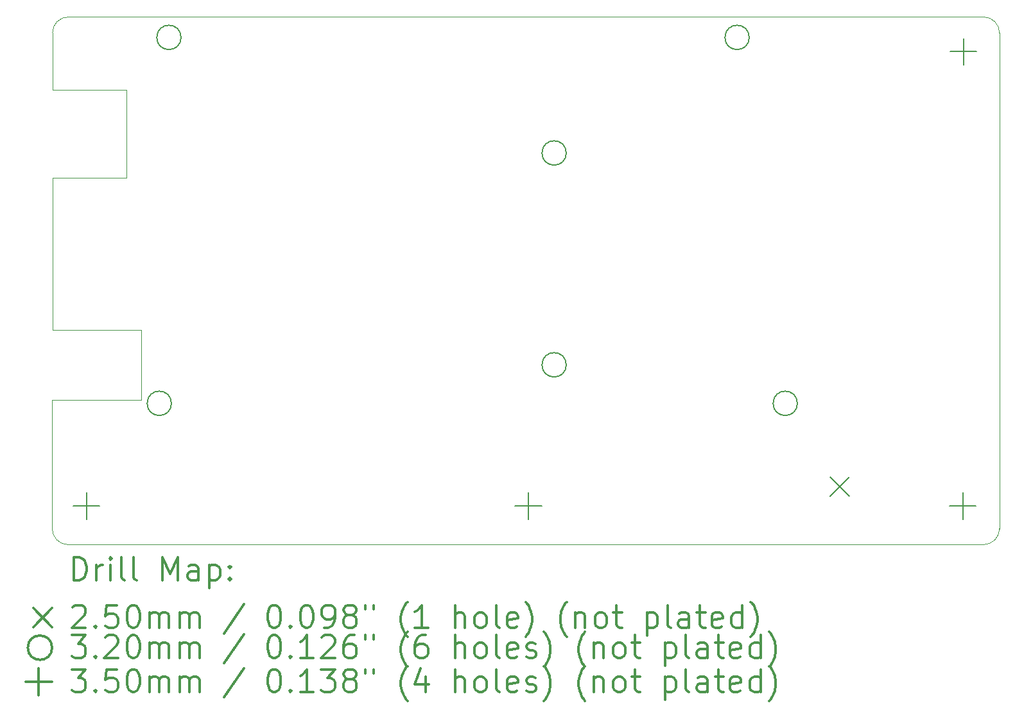
<source format=gbr>
%FSLAX45Y45*%
G04 Gerber Fmt 4.5, Leading zero omitted, Abs format (unit mm)*
G04 Created by KiCad (PCBNEW (5.1.2)-2) date 2020-01-31 13:49:44*
%MOMM*%
%LPD*%
G04 APERTURE LIST*
%ADD10C,0.050000*%
%ADD11C,0.200000*%
%ADD12C,0.300000*%
G04 APERTURE END LIST*
D10*
X8511540Y-9570720D02*
X8511540Y-8822690D01*
X21000720Y-8825200D02*
X21000720Y-15363190D01*
X8718550Y-15572740D02*
G75*
G02X8508980Y-15360635I-20J209565D01*
G01*
X21000735Y-15363190D02*
G75*
G02X20788630Y-15572740I-209565J0D01*
G01*
X20791150Y-8613125D02*
G75*
G02X21000720Y-8825230I20J-209565D01*
G01*
X8511540Y-8822690D02*
G75*
G02X8723645Y-8613120I209565J20D01*
G01*
X9486900Y-9570720D02*
X8511540Y-9570720D01*
X9486900Y-10736580D02*
X9486900Y-9570720D01*
X8511540Y-10736580D02*
X9486900Y-10736580D01*
X8511540Y-12738100D02*
X8511540Y-10736580D01*
X9679940Y-12738100D02*
X8511540Y-12738100D01*
X9679940Y-13660120D02*
X9679940Y-12738100D01*
X8509000Y-13660120D02*
X9679940Y-13660120D01*
X8509000Y-13883640D02*
X8509000Y-13660120D01*
X20791150Y-8613125D02*
X8723645Y-8613140D01*
X8718550Y-15572740D02*
X20788630Y-15572740D01*
X8509000Y-13883640D02*
X8508980Y-15360635D01*
D11*
X18767600Y-14683200D02*
X19017600Y-14933200D01*
X19017600Y-14683200D02*
X18767600Y-14933200D01*
X10080478Y-13708888D02*
G75*
G03X10080478Y-13708888I-160000J0D01*
G01*
X10207478Y-8882888D02*
G75*
G03X10207478Y-8882888I-160000J0D01*
G01*
X15287478Y-10406888D02*
G75*
G03X15287478Y-10406888I-160000J0D01*
G01*
X15287478Y-13200888D02*
G75*
G03X15287478Y-13200888I-160000J0D01*
G01*
X17700478Y-8882888D02*
G75*
G03X17700478Y-8882888I-160000J0D01*
G01*
X18335478Y-13708888D02*
G75*
G03X18335478Y-13708888I-160000J0D01*
G01*
X14787372Y-14887454D02*
X14787372Y-15237454D01*
X14612372Y-15062454D02*
X14962372Y-15062454D01*
X20526248Y-8895594D02*
X20526248Y-9245594D01*
X20351248Y-9070594D02*
X20701248Y-9070594D01*
X20516596Y-14887454D02*
X20516596Y-15237454D01*
X20341596Y-15062454D02*
X20691596Y-15062454D01*
X8959596Y-14887454D02*
X8959596Y-15237454D01*
X8784596Y-15062454D02*
X9134596Y-15062454D01*
D12*
X8792893Y-16040970D02*
X8792893Y-15740970D01*
X8864321Y-15740970D01*
X8907178Y-15755255D01*
X8935750Y-15783827D01*
X8950036Y-15812398D01*
X8964321Y-15869541D01*
X8964321Y-15912398D01*
X8950036Y-15969541D01*
X8935750Y-15998113D01*
X8907178Y-16026684D01*
X8864321Y-16040970D01*
X8792893Y-16040970D01*
X9092893Y-16040970D02*
X9092893Y-15840970D01*
X9092893Y-15898113D02*
X9107178Y-15869541D01*
X9121464Y-15855255D01*
X9150036Y-15840970D01*
X9178607Y-15840970D01*
X9278607Y-16040970D02*
X9278607Y-15840970D01*
X9278607Y-15740970D02*
X9264321Y-15755255D01*
X9278607Y-15769541D01*
X9292893Y-15755255D01*
X9278607Y-15740970D01*
X9278607Y-15769541D01*
X9464321Y-16040970D02*
X9435750Y-16026684D01*
X9421464Y-15998113D01*
X9421464Y-15740970D01*
X9621464Y-16040970D02*
X9592893Y-16026684D01*
X9578607Y-15998113D01*
X9578607Y-15740970D01*
X9964321Y-16040970D02*
X9964321Y-15740970D01*
X10064321Y-15955255D01*
X10164321Y-15740970D01*
X10164321Y-16040970D01*
X10435750Y-16040970D02*
X10435750Y-15883827D01*
X10421464Y-15855255D01*
X10392893Y-15840970D01*
X10335750Y-15840970D01*
X10307178Y-15855255D01*
X10435750Y-16026684D02*
X10407178Y-16040970D01*
X10335750Y-16040970D01*
X10307178Y-16026684D01*
X10292893Y-15998113D01*
X10292893Y-15969541D01*
X10307178Y-15940970D01*
X10335750Y-15926684D01*
X10407178Y-15926684D01*
X10435750Y-15912398D01*
X10578607Y-15840970D02*
X10578607Y-16140970D01*
X10578607Y-15855255D02*
X10607178Y-15840970D01*
X10664321Y-15840970D01*
X10692893Y-15855255D01*
X10707178Y-15869541D01*
X10721464Y-15898113D01*
X10721464Y-15983827D01*
X10707178Y-16012398D01*
X10692893Y-16026684D01*
X10664321Y-16040970D01*
X10607178Y-16040970D01*
X10578607Y-16026684D01*
X10850036Y-16012398D02*
X10864321Y-16026684D01*
X10850036Y-16040970D01*
X10835750Y-16026684D01*
X10850036Y-16012398D01*
X10850036Y-16040970D01*
X10850036Y-15855255D02*
X10864321Y-15869541D01*
X10850036Y-15883827D01*
X10835750Y-15869541D01*
X10850036Y-15855255D01*
X10850036Y-15883827D01*
X8256464Y-16410255D02*
X8506464Y-16660255D01*
X8506464Y-16410255D02*
X8256464Y-16660255D01*
X8778607Y-16399541D02*
X8792893Y-16385255D01*
X8821464Y-16370970D01*
X8892893Y-16370970D01*
X8921464Y-16385255D01*
X8935750Y-16399541D01*
X8950036Y-16428113D01*
X8950036Y-16456684D01*
X8935750Y-16499541D01*
X8764321Y-16670970D01*
X8950036Y-16670970D01*
X9078607Y-16642398D02*
X9092893Y-16656684D01*
X9078607Y-16670970D01*
X9064321Y-16656684D01*
X9078607Y-16642398D01*
X9078607Y-16670970D01*
X9364321Y-16370970D02*
X9221464Y-16370970D01*
X9207178Y-16513827D01*
X9221464Y-16499541D01*
X9250036Y-16485255D01*
X9321464Y-16485255D01*
X9350036Y-16499541D01*
X9364321Y-16513827D01*
X9378607Y-16542398D01*
X9378607Y-16613827D01*
X9364321Y-16642398D01*
X9350036Y-16656684D01*
X9321464Y-16670970D01*
X9250036Y-16670970D01*
X9221464Y-16656684D01*
X9207178Y-16642398D01*
X9564321Y-16370970D02*
X9592893Y-16370970D01*
X9621464Y-16385255D01*
X9635750Y-16399541D01*
X9650036Y-16428113D01*
X9664321Y-16485255D01*
X9664321Y-16556684D01*
X9650036Y-16613827D01*
X9635750Y-16642398D01*
X9621464Y-16656684D01*
X9592893Y-16670970D01*
X9564321Y-16670970D01*
X9535750Y-16656684D01*
X9521464Y-16642398D01*
X9507178Y-16613827D01*
X9492893Y-16556684D01*
X9492893Y-16485255D01*
X9507178Y-16428113D01*
X9521464Y-16399541D01*
X9535750Y-16385255D01*
X9564321Y-16370970D01*
X9792893Y-16670970D02*
X9792893Y-16470970D01*
X9792893Y-16499541D02*
X9807178Y-16485255D01*
X9835750Y-16470970D01*
X9878607Y-16470970D01*
X9907178Y-16485255D01*
X9921464Y-16513827D01*
X9921464Y-16670970D01*
X9921464Y-16513827D02*
X9935750Y-16485255D01*
X9964321Y-16470970D01*
X10007178Y-16470970D01*
X10035750Y-16485255D01*
X10050036Y-16513827D01*
X10050036Y-16670970D01*
X10192893Y-16670970D02*
X10192893Y-16470970D01*
X10192893Y-16499541D02*
X10207178Y-16485255D01*
X10235750Y-16470970D01*
X10278607Y-16470970D01*
X10307178Y-16485255D01*
X10321464Y-16513827D01*
X10321464Y-16670970D01*
X10321464Y-16513827D02*
X10335750Y-16485255D01*
X10364321Y-16470970D01*
X10407178Y-16470970D01*
X10435750Y-16485255D01*
X10450036Y-16513827D01*
X10450036Y-16670970D01*
X11035750Y-16356684D02*
X10778607Y-16742398D01*
X11421464Y-16370970D02*
X11450036Y-16370970D01*
X11478607Y-16385255D01*
X11492893Y-16399541D01*
X11507178Y-16428113D01*
X11521464Y-16485255D01*
X11521464Y-16556684D01*
X11507178Y-16613827D01*
X11492893Y-16642398D01*
X11478607Y-16656684D01*
X11450036Y-16670970D01*
X11421464Y-16670970D01*
X11392893Y-16656684D01*
X11378607Y-16642398D01*
X11364321Y-16613827D01*
X11350036Y-16556684D01*
X11350036Y-16485255D01*
X11364321Y-16428113D01*
X11378607Y-16399541D01*
X11392893Y-16385255D01*
X11421464Y-16370970D01*
X11650036Y-16642398D02*
X11664321Y-16656684D01*
X11650036Y-16670970D01*
X11635750Y-16656684D01*
X11650036Y-16642398D01*
X11650036Y-16670970D01*
X11850036Y-16370970D02*
X11878607Y-16370970D01*
X11907178Y-16385255D01*
X11921464Y-16399541D01*
X11935750Y-16428113D01*
X11950036Y-16485255D01*
X11950036Y-16556684D01*
X11935750Y-16613827D01*
X11921464Y-16642398D01*
X11907178Y-16656684D01*
X11878607Y-16670970D01*
X11850036Y-16670970D01*
X11821464Y-16656684D01*
X11807178Y-16642398D01*
X11792893Y-16613827D01*
X11778607Y-16556684D01*
X11778607Y-16485255D01*
X11792893Y-16428113D01*
X11807178Y-16399541D01*
X11821464Y-16385255D01*
X11850036Y-16370970D01*
X12092893Y-16670970D02*
X12150036Y-16670970D01*
X12178607Y-16656684D01*
X12192893Y-16642398D01*
X12221464Y-16599541D01*
X12235750Y-16542398D01*
X12235750Y-16428113D01*
X12221464Y-16399541D01*
X12207178Y-16385255D01*
X12178607Y-16370970D01*
X12121464Y-16370970D01*
X12092893Y-16385255D01*
X12078607Y-16399541D01*
X12064321Y-16428113D01*
X12064321Y-16499541D01*
X12078607Y-16528113D01*
X12092893Y-16542398D01*
X12121464Y-16556684D01*
X12178607Y-16556684D01*
X12207178Y-16542398D01*
X12221464Y-16528113D01*
X12235750Y-16499541D01*
X12407178Y-16499541D02*
X12378607Y-16485255D01*
X12364321Y-16470970D01*
X12350036Y-16442398D01*
X12350036Y-16428113D01*
X12364321Y-16399541D01*
X12378607Y-16385255D01*
X12407178Y-16370970D01*
X12464321Y-16370970D01*
X12492893Y-16385255D01*
X12507178Y-16399541D01*
X12521464Y-16428113D01*
X12521464Y-16442398D01*
X12507178Y-16470970D01*
X12492893Y-16485255D01*
X12464321Y-16499541D01*
X12407178Y-16499541D01*
X12378607Y-16513827D01*
X12364321Y-16528113D01*
X12350036Y-16556684D01*
X12350036Y-16613827D01*
X12364321Y-16642398D01*
X12378607Y-16656684D01*
X12407178Y-16670970D01*
X12464321Y-16670970D01*
X12492893Y-16656684D01*
X12507178Y-16642398D01*
X12521464Y-16613827D01*
X12521464Y-16556684D01*
X12507178Y-16528113D01*
X12492893Y-16513827D01*
X12464321Y-16499541D01*
X12635750Y-16370970D02*
X12635750Y-16428113D01*
X12750036Y-16370970D02*
X12750036Y-16428113D01*
X13192893Y-16785256D02*
X13178607Y-16770970D01*
X13150036Y-16728113D01*
X13135750Y-16699541D01*
X13121464Y-16656684D01*
X13107178Y-16585255D01*
X13107178Y-16528113D01*
X13121464Y-16456684D01*
X13135750Y-16413827D01*
X13150036Y-16385255D01*
X13178607Y-16342398D01*
X13192893Y-16328113D01*
X13464321Y-16670970D02*
X13292893Y-16670970D01*
X13378607Y-16670970D02*
X13378607Y-16370970D01*
X13350036Y-16413827D01*
X13321464Y-16442398D01*
X13292893Y-16456684D01*
X13821464Y-16670970D02*
X13821464Y-16370970D01*
X13950036Y-16670970D02*
X13950036Y-16513827D01*
X13935750Y-16485255D01*
X13907178Y-16470970D01*
X13864321Y-16470970D01*
X13835750Y-16485255D01*
X13821464Y-16499541D01*
X14135750Y-16670970D02*
X14107178Y-16656684D01*
X14092893Y-16642398D01*
X14078607Y-16613827D01*
X14078607Y-16528113D01*
X14092893Y-16499541D01*
X14107178Y-16485255D01*
X14135750Y-16470970D01*
X14178607Y-16470970D01*
X14207178Y-16485255D01*
X14221464Y-16499541D01*
X14235750Y-16528113D01*
X14235750Y-16613827D01*
X14221464Y-16642398D01*
X14207178Y-16656684D01*
X14178607Y-16670970D01*
X14135750Y-16670970D01*
X14407178Y-16670970D02*
X14378607Y-16656684D01*
X14364321Y-16628113D01*
X14364321Y-16370970D01*
X14635750Y-16656684D02*
X14607178Y-16670970D01*
X14550036Y-16670970D01*
X14521464Y-16656684D01*
X14507178Y-16628113D01*
X14507178Y-16513827D01*
X14521464Y-16485255D01*
X14550036Y-16470970D01*
X14607178Y-16470970D01*
X14635750Y-16485255D01*
X14650036Y-16513827D01*
X14650036Y-16542398D01*
X14507178Y-16570970D01*
X14750036Y-16785256D02*
X14764321Y-16770970D01*
X14792893Y-16728113D01*
X14807178Y-16699541D01*
X14821464Y-16656684D01*
X14835750Y-16585255D01*
X14835750Y-16528113D01*
X14821464Y-16456684D01*
X14807178Y-16413827D01*
X14792893Y-16385255D01*
X14764321Y-16342398D01*
X14750036Y-16328113D01*
X15292893Y-16785256D02*
X15278607Y-16770970D01*
X15250036Y-16728113D01*
X15235750Y-16699541D01*
X15221464Y-16656684D01*
X15207178Y-16585255D01*
X15207178Y-16528113D01*
X15221464Y-16456684D01*
X15235750Y-16413827D01*
X15250036Y-16385255D01*
X15278607Y-16342398D01*
X15292893Y-16328113D01*
X15407178Y-16470970D02*
X15407178Y-16670970D01*
X15407178Y-16499541D02*
X15421464Y-16485255D01*
X15450036Y-16470970D01*
X15492893Y-16470970D01*
X15521464Y-16485255D01*
X15535750Y-16513827D01*
X15535750Y-16670970D01*
X15721464Y-16670970D02*
X15692893Y-16656684D01*
X15678607Y-16642398D01*
X15664321Y-16613827D01*
X15664321Y-16528113D01*
X15678607Y-16499541D01*
X15692893Y-16485255D01*
X15721464Y-16470970D01*
X15764321Y-16470970D01*
X15792893Y-16485255D01*
X15807178Y-16499541D01*
X15821464Y-16528113D01*
X15821464Y-16613827D01*
X15807178Y-16642398D01*
X15792893Y-16656684D01*
X15764321Y-16670970D01*
X15721464Y-16670970D01*
X15907178Y-16470970D02*
X16021464Y-16470970D01*
X15950036Y-16370970D02*
X15950036Y-16628113D01*
X15964321Y-16656684D01*
X15992893Y-16670970D01*
X16021464Y-16670970D01*
X16350036Y-16470970D02*
X16350036Y-16770970D01*
X16350036Y-16485255D02*
X16378607Y-16470970D01*
X16435750Y-16470970D01*
X16464321Y-16485255D01*
X16478607Y-16499541D01*
X16492893Y-16528113D01*
X16492893Y-16613827D01*
X16478607Y-16642398D01*
X16464321Y-16656684D01*
X16435750Y-16670970D01*
X16378607Y-16670970D01*
X16350036Y-16656684D01*
X16664321Y-16670970D02*
X16635750Y-16656684D01*
X16621464Y-16628113D01*
X16621464Y-16370970D01*
X16907178Y-16670970D02*
X16907178Y-16513827D01*
X16892893Y-16485255D01*
X16864321Y-16470970D01*
X16807178Y-16470970D01*
X16778607Y-16485255D01*
X16907178Y-16656684D02*
X16878607Y-16670970D01*
X16807178Y-16670970D01*
X16778607Y-16656684D01*
X16764321Y-16628113D01*
X16764321Y-16599541D01*
X16778607Y-16570970D01*
X16807178Y-16556684D01*
X16878607Y-16556684D01*
X16907178Y-16542398D01*
X17007178Y-16470970D02*
X17121464Y-16470970D01*
X17050036Y-16370970D02*
X17050036Y-16628113D01*
X17064321Y-16656684D01*
X17092893Y-16670970D01*
X17121464Y-16670970D01*
X17335750Y-16656684D02*
X17307178Y-16670970D01*
X17250036Y-16670970D01*
X17221464Y-16656684D01*
X17207178Y-16628113D01*
X17207178Y-16513827D01*
X17221464Y-16485255D01*
X17250036Y-16470970D01*
X17307178Y-16470970D01*
X17335750Y-16485255D01*
X17350036Y-16513827D01*
X17350036Y-16542398D01*
X17207178Y-16570970D01*
X17607178Y-16670970D02*
X17607178Y-16370970D01*
X17607178Y-16656684D02*
X17578607Y-16670970D01*
X17521464Y-16670970D01*
X17492893Y-16656684D01*
X17478607Y-16642398D01*
X17464321Y-16613827D01*
X17464321Y-16528113D01*
X17478607Y-16499541D01*
X17492893Y-16485255D01*
X17521464Y-16470970D01*
X17578607Y-16470970D01*
X17607178Y-16485255D01*
X17721464Y-16785256D02*
X17735750Y-16770970D01*
X17764321Y-16728113D01*
X17778607Y-16699541D01*
X17792893Y-16656684D01*
X17807178Y-16585255D01*
X17807178Y-16528113D01*
X17792893Y-16456684D01*
X17778607Y-16413827D01*
X17764321Y-16385255D01*
X17735750Y-16342398D01*
X17721464Y-16328113D01*
X8506464Y-16931256D02*
G75*
G03X8506464Y-16931256I-160000J0D01*
G01*
X8764321Y-16766970D02*
X8950036Y-16766970D01*
X8850036Y-16881256D01*
X8892893Y-16881256D01*
X8921464Y-16895541D01*
X8935750Y-16909827D01*
X8950036Y-16938398D01*
X8950036Y-17009827D01*
X8935750Y-17038398D01*
X8921464Y-17052684D01*
X8892893Y-17066970D01*
X8807178Y-17066970D01*
X8778607Y-17052684D01*
X8764321Y-17038398D01*
X9078607Y-17038398D02*
X9092893Y-17052684D01*
X9078607Y-17066970D01*
X9064321Y-17052684D01*
X9078607Y-17038398D01*
X9078607Y-17066970D01*
X9207178Y-16795541D02*
X9221464Y-16781256D01*
X9250036Y-16766970D01*
X9321464Y-16766970D01*
X9350036Y-16781256D01*
X9364321Y-16795541D01*
X9378607Y-16824113D01*
X9378607Y-16852684D01*
X9364321Y-16895541D01*
X9192893Y-17066970D01*
X9378607Y-17066970D01*
X9564321Y-16766970D02*
X9592893Y-16766970D01*
X9621464Y-16781256D01*
X9635750Y-16795541D01*
X9650036Y-16824113D01*
X9664321Y-16881256D01*
X9664321Y-16952684D01*
X9650036Y-17009827D01*
X9635750Y-17038398D01*
X9621464Y-17052684D01*
X9592893Y-17066970D01*
X9564321Y-17066970D01*
X9535750Y-17052684D01*
X9521464Y-17038398D01*
X9507178Y-17009827D01*
X9492893Y-16952684D01*
X9492893Y-16881256D01*
X9507178Y-16824113D01*
X9521464Y-16795541D01*
X9535750Y-16781256D01*
X9564321Y-16766970D01*
X9792893Y-17066970D02*
X9792893Y-16866970D01*
X9792893Y-16895541D02*
X9807178Y-16881256D01*
X9835750Y-16866970D01*
X9878607Y-16866970D01*
X9907178Y-16881256D01*
X9921464Y-16909827D01*
X9921464Y-17066970D01*
X9921464Y-16909827D02*
X9935750Y-16881256D01*
X9964321Y-16866970D01*
X10007178Y-16866970D01*
X10035750Y-16881256D01*
X10050036Y-16909827D01*
X10050036Y-17066970D01*
X10192893Y-17066970D02*
X10192893Y-16866970D01*
X10192893Y-16895541D02*
X10207178Y-16881256D01*
X10235750Y-16866970D01*
X10278607Y-16866970D01*
X10307178Y-16881256D01*
X10321464Y-16909827D01*
X10321464Y-17066970D01*
X10321464Y-16909827D02*
X10335750Y-16881256D01*
X10364321Y-16866970D01*
X10407178Y-16866970D01*
X10435750Y-16881256D01*
X10450036Y-16909827D01*
X10450036Y-17066970D01*
X11035750Y-16752684D02*
X10778607Y-17138398D01*
X11421464Y-16766970D02*
X11450036Y-16766970D01*
X11478607Y-16781256D01*
X11492893Y-16795541D01*
X11507178Y-16824113D01*
X11521464Y-16881256D01*
X11521464Y-16952684D01*
X11507178Y-17009827D01*
X11492893Y-17038398D01*
X11478607Y-17052684D01*
X11450036Y-17066970D01*
X11421464Y-17066970D01*
X11392893Y-17052684D01*
X11378607Y-17038398D01*
X11364321Y-17009827D01*
X11350036Y-16952684D01*
X11350036Y-16881256D01*
X11364321Y-16824113D01*
X11378607Y-16795541D01*
X11392893Y-16781256D01*
X11421464Y-16766970D01*
X11650036Y-17038398D02*
X11664321Y-17052684D01*
X11650036Y-17066970D01*
X11635750Y-17052684D01*
X11650036Y-17038398D01*
X11650036Y-17066970D01*
X11950036Y-17066970D02*
X11778607Y-17066970D01*
X11864321Y-17066970D02*
X11864321Y-16766970D01*
X11835750Y-16809827D01*
X11807178Y-16838398D01*
X11778607Y-16852684D01*
X12064321Y-16795541D02*
X12078607Y-16781256D01*
X12107178Y-16766970D01*
X12178607Y-16766970D01*
X12207178Y-16781256D01*
X12221464Y-16795541D01*
X12235750Y-16824113D01*
X12235750Y-16852684D01*
X12221464Y-16895541D01*
X12050036Y-17066970D01*
X12235750Y-17066970D01*
X12492893Y-16766970D02*
X12435750Y-16766970D01*
X12407178Y-16781256D01*
X12392893Y-16795541D01*
X12364321Y-16838398D01*
X12350036Y-16895541D01*
X12350036Y-17009827D01*
X12364321Y-17038398D01*
X12378607Y-17052684D01*
X12407178Y-17066970D01*
X12464321Y-17066970D01*
X12492893Y-17052684D01*
X12507178Y-17038398D01*
X12521464Y-17009827D01*
X12521464Y-16938398D01*
X12507178Y-16909827D01*
X12492893Y-16895541D01*
X12464321Y-16881256D01*
X12407178Y-16881256D01*
X12378607Y-16895541D01*
X12364321Y-16909827D01*
X12350036Y-16938398D01*
X12635750Y-16766970D02*
X12635750Y-16824113D01*
X12750036Y-16766970D02*
X12750036Y-16824113D01*
X13192893Y-17181256D02*
X13178607Y-17166970D01*
X13150036Y-17124113D01*
X13135750Y-17095541D01*
X13121464Y-17052684D01*
X13107178Y-16981256D01*
X13107178Y-16924113D01*
X13121464Y-16852684D01*
X13135750Y-16809827D01*
X13150036Y-16781256D01*
X13178607Y-16738398D01*
X13192893Y-16724113D01*
X13435750Y-16766970D02*
X13378607Y-16766970D01*
X13350036Y-16781256D01*
X13335750Y-16795541D01*
X13307178Y-16838398D01*
X13292893Y-16895541D01*
X13292893Y-17009827D01*
X13307178Y-17038398D01*
X13321464Y-17052684D01*
X13350036Y-17066970D01*
X13407178Y-17066970D01*
X13435750Y-17052684D01*
X13450036Y-17038398D01*
X13464321Y-17009827D01*
X13464321Y-16938398D01*
X13450036Y-16909827D01*
X13435750Y-16895541D01*
X13407178Y-16881256D01*
X13350036Y-16881256D01*
X13321464Y-16895541D01*
X13307178Y-16909827D01*
X13292893Y-16938398D01*
X13821464Y-17066970D02*
X13821464Y-16766970D01*
X13950036Y-17066970D02*
X13950036Y-16909827D01*
X13935750Y-16881256D01*
X13907178Y-16866970D01*
X13864321Y-16866970D01*
X13835750Y-16881256D01*
X13821464Y-16895541D01*
X14135750Y-17066970D02*
X14107178Y-17052684D01*
X14092893Y-17038398D01*
X14078607Y-17009827D01*
X14078607Y-16924113D01*
X14092893Y-16895541D01*
X14107178Y-16881256D01*
X14135750Y-16866970D01*
X14178607Y-16866970D01*
X14207178Y-16881256D01*
X14221464Y-16895541D01*
X14235750Y-16924113D01*
X14235750Y-17009827D01*
X14221464Y-17038398D01*
X14207178Y-17052684D01*
X14178607Y-17066970D01*
X14135750Y-17066970D01*
X14407178Y-17066970D02*
X14378607Y-17052684D01*
X14364321Y-17024113D01*
X14364321Y-16766970D01*
X14635750Y-17052684D02*
X14607178Y-17066970D01*
X14550036Y-17066970D01*
X14521464Y-17052684D01*
X14507178Y-17024113D01*
X14507178Y-16909827D01*
X14521464Y-16881256D01*
X14550036Y-16866970D01*
X14607178Y-16866970D01*
X14635750Y-16881256D01*
X14650036Y-16909827D01*
X14650036Y-16938398D01*
X14507178Y-16966970D01*
X14764321Y-17052684D02*
X14792893Y-17066970D01*
X14850036Y-17066970D01*
X14878607Y-17052684D01*
X14892893Y-17024113D01*
X14892893Y-17009827D01*
X14878607Y-16981256D01*
X14850036Y-16966970D01*
X14807178Y-16966970D01*
X14778607Y-16952684D01*
X14764321Y-16924113D01*
X14764321Y-16909827D01*
X14778607Y-16881256D01*
X14807178Y-16866970D01*
X14850036Y-16866970D01*
X14878607Y-16881256D01*
X14992893Y-17181256D02*
X15007178Y-17166970D01*
X15035750Y-17124113D01*
X15050036Y-17095541D01*
X15064321Y-17052684D01*
X15078607Y-16981256D01*
X15078607Y-16924113D01*
X15064321Y-16852684D01*
X15050036Y-16809827D01*
X15035750Y-16781256D01*
X15007178Y-16738398D01*
X14992893Y-16724113D01*
X15535750Y-17181256D02*
X15521464Y-17166970D01*
X15492893Y-17124113D01*
X15478607Y-17095541D01*
X15464321Y-17052684D01*
X15450036Y-16981256D01*
X15450036Y-16924113D01*
X15464321Y-16852684D01*
X15478607Y-16809827D01*
X15492893Y-16781256D01*
X15521464Y-16738398D01*
X15535750Y-16724113D01*
X15650036Y-16866970D02*
X15650036Y-17066970D01*
X15650036Y-16895541D02*
X15664321Y-16881256D01*
X15692893Y-16866970D01*
X15735750Y-16866970D01*
X15764321Y-16881256D01*
X15778607Y-16909827D01*
X15778607Y-17066970D01*
X15964321Y-17066970D02*
X15935750Y-17052684D01*
X15921464Y-17038398D01*
X15907178Y-17009827D01*
X15907178Y-16924113D01*
X15921464Y-16895541D01*
X15935750Y-16881256D01*
X15964321Y-16866970D01*
X16007178Y-16866970D01*
X16035750Y-16881256D01*
X16050036Y-16895541D01*
X16064321Y-16924113D01*
X16064321Y-17009827D01*
X16050036Y-17038398D01*
X16035750Y-17052684D01*
X16007178Y-17066970D01*
X15964321Y-17066970D01*
X16150036Y-16866970D02*
X16264321Y-16866970D01*
X16192893Y-16766970D02*
X16192893Y-17024113D01*
X16207178Y-17052684D01*
X16235750Y-17066970D01*
X16264321Y-17066970D01*
X16592893Y-16866970D02*
X16592893Y-17166970D01*
X16592893Y-16881256D02*
X16621464Y-16866970D01*
X16678607Y-16866970D01*
X16707178Y-16881256D01*
X16721464Y-16895541D01*
X16735750Y-16924113D01*
X16735750Y-17009827D01*
X16721464Y-17038398D01*
X16707178Y-17052684D01*
X16678607Y-17066970D01*
X16621464Y-17066970D01*
X16592893Y-17052684D01*
X16907178Y-17066970D02*
X16878607Y-17052684D01*
X16864321Y-17024113D01*
X16864321Y-16766970D01*
X17150036Y-17066970D02*
X17150036Y-16909827D01*
X17135750Y-16881256D01*
X17107178Y-16866970D01*
X17050036Y-16866970D01*
X17021464Y-16881256D01*
X17150036Y-17052684D02*
X17121464Y-17066970D01*
X17050036Y-17066970D01*
X17021464Y-17052684D01*
X17007178Y-17024113D01*
X17007178Y-16995541D01*
X17021464Y-16966970D01*
X17050036Y-16952684D01*
X17121464Y-16952684D01*
X17150036Y-16938398D01*
X17250036Y-16866970D02*
X17364321Y-16866970D01*
X17292893Y-16766970D02*
X17292893Y-17024113D01*
X17307178Y-17052684D01*
X17335750Y-17066970D01*
X17364321Y-17066970D01*
X17578607Y-17052684D02*
X17550036Y-17066970D01*
X17492893Y-17066970D01*
X17464321Y-17052684D01*
X17450036Y-17024113D01*
X17450036Y-16909827D01*
X17464321Y-16881256D01*
X17492893Y-16866970D01*
X17550036Y-16866970D01*
X17578607Y-16881256D01*
X17592893Y-16909827D01*
X17592893Y-16938398D01*
X17450036Y-16966970D01*
X17850036Y-17066970D02*
X17850036Y-16766970D01*
X17850036Y-17052684D02*
X17821464Y-17066970D01*
X17764321Y-17066970D01*
X17735750Y-17052684D01*
X17721464Y-17038398D01*
X17707178Y-17009827D01*
X17707178Y-16924113D01*
X17721464Y-16895541D01*
X17735750Y-16881256D01*
X17764321Y-16866970D01*
X17821464Y-16866970D01*
X17850036Y-16881256D01*
X17964321Y-17181256D02*
X17978607Y-17166970D01*
X18007178Y-17124113D01*
X18021464Y-17095541D01*
X18035750Y-17052684D01*
X18050036Y-16981256D01*
X18050036Y-16924113D01*
X18035750Y-16852684D01*
X18021464Y-16809827D01*
X18007178Y-16781256D01*
X17978607Y-16738398D01*
X17964321Y-16724113D01*
X8331464Y-17206256D02*
X8331464Y-17556256D01*
X8156464Y-17381256D02*
X8506464Y-17381256D01*
X8764321Y-17216970D02*
X8950036Y-17216970D01*
X8850036Y-17331256D01*
X8892893Y-17331256D01*
X8921464Y-17345541D01*
X8935750Y-17359827D01*
X8950036Y-17388398D01*
X8950036Y-17459827D01*
X8935750Y-17488398D01*
X8921464Y-17502684D01*
X8892893Y-17516970D01*
X8807178Y-17516970D01*
X8778607Y-17502684D01*
X8764321Y-17488398D01*
X9078607Y-17488398D02*
X9092893Y-17502684D01*
X9078607Y-17516970D01*
X9064321Y-17502684D01*
X9078607Y-17488398D01*
X9078607Y-17516970D01*
X9364321Y-17216970D02*
X9221464Y-17216970D01*
X9207178Y-17359827D01*
X9221464Y-17345541D01*
X9250036Y-17331256D01*
X9321464Y-17331256D01*
X9350036Y-17345541D01*
X9364321Y-17359827D01*
X9378607Y-17388398D01*
X9378607Y-17459827D01*
X9364321Y-17488398D01*
X9350036Y-17502684D01*
X9321464Y-17516970D01*
X9250036Y-17516970D01*
X9221464Y-17502684D01*
X9207178Y-17488398D01*
X9564321Y-17216970D02*
X9592893Y-17216970D01*
X9621464Y-17231256D01*
X9635750Y-17245541D01*
X9650036Y-17274113D01*
X9664321Y-17331256D01*
X9664321Y-17402684D01*
X9650036Y-17459827D01*
X9635750Y-17488398D01*
X9621464Y-17502684D01*
X9592893Y-17516970D01*
X9564321Y-17516970D01*
X9535750Y-17502684D01*
X9521464Y-17488398D01*
X9507178Y-17459827D01*
X9492893Y-17402684D01*
X9492893Y-17331256D01*
X9507178Y-17274113D01*
X9521464Y-17245541D01*
X9535750Y-17231256D01*
X9564321Y-17216970D01*
X9792893Y-17516970D02*
X9792893Y-17316970D01*
X9792893Y-17345541D02*
X9807178Y-17331256D01*
X9835750Y-17316970D01*
X9878607Y-17316970D01*
X9907178Y-17331256D01*
X9921464Y-17359827D01*
X9921464Y-17516970D01*
X9921464Y-17359827D02*
X9935750Y-17331256D01*
X9964321Y-17316970D01*
X10007178Y-17316970D01*
X10035750Y-17331256D01*
X10050036Y-17359827D01*
X10050036Y-17516970D01*
X10192893Y-17516970D02*
X10192893Y-17316970D01*
X10192893Y-17345541D02*
X10207178Y-17331256D01*
X10235750Y-17316970D01*
X10278607Y-17316970D01*
X10307178Y-17331256D01*
X10321464Y-17359827D01*
X10321464Y-17516970D01*
X10321464Y-17359827D02*
X10335750Y-17331256D01*
X10364321Y-17316970D01*
X10407178Y-17316970D01*
X10435750Y-17331256D01*
X10450036Y-17359827D01*
X10450036Y-17516970D01*
X11035750Y-17202684D02*
X10778607Y-17588398D01*
X11421464Y-17216970D02*
X11450036Y-17216970D01*
X11478607Y-17231256D01*
X11492893Y-17245541D01*
X11507178Y-17274113D01*
X11521464Y-17331256D01*
X11521464Y-17402684D01*
X11507178Y-17459827D01*
X11492893Y-17488398D01*
X11478607Y-17502684D01*
X11450036Y-17516970D01*
X11421464Y-17516970D01*
X11392893Y-17502684D01*
X11378607Y-17488398D01*
X11364321Y-17459827D01*
X11350036Y-17402684D01*
X11350036Y-17331256D01*
X11364321Y-17274113D01*
X11378607Y-17245541D01*
X11392893Y-17231256D01*
X11421464Y-17216970D01*
X11650036Y-17488398D02*
X11664321Y-17502684D01*
X11650036Y-17516970D01*
X11635750Y-17502684D01*
X11650036Y-17488398D01*
X11650036Y-17516970D01*
X11950036Y-17516970D02*
X11778607Y-17516970D01*
X11864321Y-17516970D02*
X11864321Y-17216970D01*
X11835750Y-17259827D01*
X11807178Y-17288398D01*
X11778607Y-17302684D01*
X12050036Y-17216970D02*
X12235750Y-17216970D01*
X12135750Y-17331256D01*
X12178607Y-17331256D01*
X12207178Y-17345541D01*
X12221464Y-17359827D01*
X12235750Y-17388398D01*
X12235750Y-17459827D01*
X12221464Y-17488398D01*
X12207178Y-17502684D01*
X12178607Y-17516970D01*
X12092893Y-17516970D01*
X12064321Y-17502684D01*
X12050036Y-17488398D01*
X12407178Y-17345541D02*
X12378607Y-17331256D01*
X12364321Y-17316970D01*
X12350036Y-17288398D01*
X12350036Y-17274113D01*
X12364321Y-17245541D01*
X12378607Y-17231256D01*
X12407178Y-17216970D01*
X12464321Y-17216970D01*
X12492893Y-17231256D01*
X12507178Y-17245541D01*
X12521464Y-17274113D01*
X12521464Y-17288398D01*
X12507178Y-17316970D01*
X12492893Y-17331256D01*
X12464321Y-17345541D01*
X12407178Y-17345541D01*
X12378607Y-17359827D01*
X12364321Y-17374113D01*
X12350036Y-17402684D01*
X12350036Y-17459827D01*
X12364321Y-17488398D01*
X12378607Y-17502684D01*
X12407178Y-17516970D01*
X12464321Y-17516970D01*
X12492893Y-17502684D01*
X12507178Y-17488398D01*
X12521464Y-17459827D01*
X12521464Y-17402684D01*
X12507178Y-17374113D01*
X12492893Y-17359827D01*
X12464321Y-17345541D01*
X12635750Y-17216970D02*
X12635750Y-17274113D01*
X12750036Y-17216970D02*
X12750036Y-17274113D01*
X13192893Y-17631256D02*
X13178607Y-17616970D01*
X13150036Y-17574113D01*
X13135750Y-17545541D01*
X13121464Y-17502684D01*
X13107178Y-17431256D01*
X13107178Y-17374113D01*
X13121464Y-17302684D01*
X13135750Y-17259827D01*
X13150036Y-17231256D01*
X13178607Y-17188398D01*
X13192893Y-17174113D01*
X13435750Y-17316970D02*
X13435750Y-17516970D01*
X13364321Y-17202684D02*
X13292893Y-17416970D01*
X13478607Y-17416970D01*
X13821464Y-17516970D02*
X13821464Y-17216970D01*
X13950036Y-17516970D02*
X13950036Y-17359827D01*
X13935750Y-17331256D01*
X13907178Y-17316970D01*
X13864321Y-17316970D01*
X13835750Y-17331256D01*
X13821464Y-17345541D01*
X14135750Y-17516970D02*
X14107178Y-17502684D01*
X14092893Y-17488398D01*
X14078607Y-17459827D01*
X14078607Y-17374113D01*
X14092893Y-17345541D01*
X14107178Y-17331256D01*
X14135750Y-17316970D01*
X14178607Y-17316970D01*
X14207178Y-17331256D01*
X14221464Y-17345541D01*
X14235750Y-17374113D01*
X14235750Y-17459827D01*
X14221464Y-17488398D01*
X14207178Y-17502684D01*
X14178607Y-17516970D01*
X14135750Y-17516970D01*
X14407178Y-17516970D02*
X14378607Y-17502684D01*
X14364321Y-17474113D01*
X14364321Y-17216970D01*
X14635750Y-17502684D02*
X14607178Y-17516970D01*
X14550036Y-17516970D01*
X14521464Y-17502684D01*
X14507178Y-17474113D01*
X14507178Y-17359827D01*
X14521464Y-17331256D01*
X14550036Y-17316970D01*
X14607178Y-17316970D01*
X14635750Y-17331256D01*
X14650036Y-17359827D01*
X14650036Y-17388398D01*
X14507178Y-17416970D01*
X14764321Y-17502684D02*
X14792893Y-17516970D01*
X14850036Y-17516970D01*
X14878607Y-17502684D01*
X14892893Y-17474113D01*
X14892893Y-17459827D01*
X14878607Y-17431256D01*
X14850036Y-17416970D01*
X14807178Y-17416970D01*
X14778607Y-17402684D01*
X14764321Y-17374113D01*
X14764321Y-17359827D01*
X14778607Y-17331256D01*
X14807178Y-17316970D01*
X14850036Y-17316970D01*
X14878607Y-17331256D01*
X14992893Y-17631256D02*
X15007178Y-17616970D01*
X15035750Y-17574113D01*
X15050036Y-17545541D01*
X15064321Y-17502684D01*
X15078607Y-17431256D01*
X15078607Y-17374113D01*
X15064321Y-17302684D01*
X15050036Y-17259827D01*
X15035750Y-17231256D01*
X15007178Y-17188398D01*
X14992893Y-17174113D01*
X15535750Y-17631256D02*
X15521464Y-17616970D01*
X15492893Y-17574113D01*
X15478607Y-17545541D01*
X15464321Y-17502684D01*
X15450036Y-17431256D01*
X15450036Y-17374113D01*
X15464321Y-17302684D01*
X15478607Y-17259827D01*
X15492893Y-17231256D01*
X15521464Y-17188398D01*
X15535750Y-17174113D01*
X15650036Y-17316970D02*
X15650036Y-17516970D01*
X15650036Y-17345541D02*
X15664321Y-17331256D01*
X15692893Y-17316970D01*
X15735750Y-17316970D01*
X15764321Y-17331256D01*
X15778607Y-17359827D01*
X15778607Y-17516970D01*
X15964321Y-17516970D02*
X15935750Y-17502684D01*
X15921464Y-17488398D01*
X15907178Y-17459827D01*
X15907178Y-17374113D01*
X15921464Y-17345541D01*
X15935750Y-17331256D01*
X15964321Y-17316970D01*
X16007178Y-17316970D01*
X16035750Y-17331256D01*
X16050036Y-17345541D01*
X16064321Y-17374113D01*
X16064321Y-17459827D01*
X16050036Y-17488398D01*
X16035750Y-17502684D01*
X16007178Y-17516970D01*
X15964321Y-17516970D01*
X16150036Y-17316970D02*
X16264321Y-17316970D01*
X16192893Y-17216970D02*
X16192893Y-17474113D01*
X16207178Y-17502684D01*
X16235750Y-17516970D01*
X16264321Y-17516970D01*
X16592893Y-17316970D02*
X16592893Y-17616970D01*
X16592893Y-17331256D02*
X16621464Y-17316970D01*
X16678607Y-17316970D01*
X16707178Y-17331256D01*
X16721464Y-17345541D01*
X16735750Y-17374113D01*
X16735750Y-17459827D01*
X16721464Y-17488398D01*
X16707178Y-17502684D01*
X16678607Y-17516970D01*
X16621464Y-17516970D01*
X16592893Y-17502684D01*
X16907178Y-17516970D02*
X16878607Y-17502684D01*
X16864321Y-17474113D01*
X16864321Y-17216970D01*
X17150036Y-17516970D02*
X17150036Y-17359827D01*
X17135750Y-17331256D01*
X17107178Y-17316970D01*
X17050036Y-17316970D01*
X17021464Y-17331256D01*
X17150036Y-17502684D02*
X17121464Y-17516970D01*
X17050036Y-17516970D01*
X17021464Y-17502684D01*
X17007178Y-17474113D01*
X17007178Y-17445541D01*
X17021464Y-17416970D01*
X17050036Y-17402684D01*
X17121464Y-17402684D01*
X17150036Y-17388398D01*
X17250036Y-17316970D02*
X17364321Y-17316970D01*
X17292893Y-17216970D02*
X17292893Y-17474113D01*
X17307178Y-17502684D01*
X17335750Y-17516970D01*
X17364321Y-17516970D01*
X17578607Y-17502684D02*
X17550036Y-17516970D01*
X17492893Y-17516970D01*
X17464321Y-17502684D01*
X17450036Y-17474113D01*
X17450036Y-17359827D01*
X17464321Y-17331256D01*
X17492893Y-17316970D01*
X17550036Y-17316970D01*
X17578607Y-17331256D01*
X17592893Y-17359827D01*
X17592893Y-17388398D01*
X17450036Y-17416970D01*
X17850036Y-17516970D02*
X17850036Y-17216970D01*
X17850036Y-17502684D02*
X17821464Y-17516970D01*
X17764321Y-17516970D01*
X17735750Y-17502684D01*
X17721464Y-17488398D01*
X17707178Y-17459827D01*
X17707178Y-17374113D01*
X17721464Y-17345541D01*
X17735750Y-17331256D01*
X17764321Y-17316970D01*
X17821464Y-17316970D01*
X17850036Y-17331256D01*
X17964321Y-17631256D02*
X17978607Y-17616970D01*
X18007178Y-17574113D01*
X18021464Y-17545541D01*
X18035750Y-17502684D01*
X18050036Y-17431256D01*
X18050036Y-17374113D01*
X18035750Y-17302684D01*
X18021464Y-17259827D01*
X18007178Y-17231256D01*
X17978607Y-17188398D01*
X17964321Y-17174113D01*
M02*

</source>
